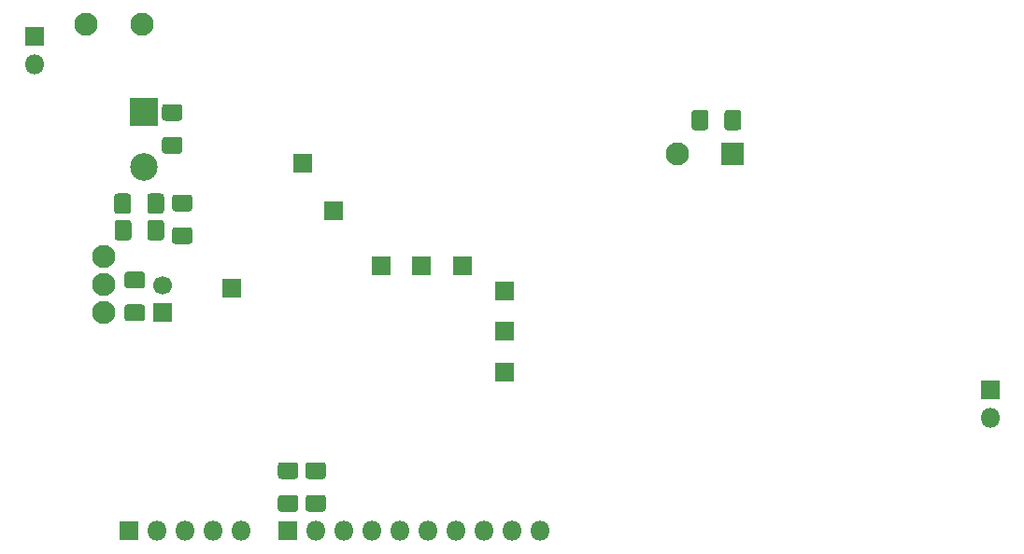
<source format=gbr>
%TF.GenerationSoftware,KiCad,Pcbnew,(5.1.6)-1*%
%TF.CreationDate,2020-05-30T13:08:14+03:00*%
%TF.ProjectId,stm32f334_1S_charger,73746d33-3266-4333-9334-5f31535f6368,rev?*%
%TF.SameCoordinates,Original*%
%TF.FileFunction,Soldermask,Bot*%
%TF.FilePolarity,Negative*%
%FSLAX46Y46*%
G04 Gerber Fmt 4.6, Leading zero omitted, Abs format (unit mm)*
G04 Created by KiCad (PCBNEW (5.1.6)-1) date 2020-05-30 13:08:14*
%MOMM*%
%LPD*%
G01*
G04 APERTURE LIST*
%ADD10R,1.700000X1.700000*%
%ADD11C,1.700000*%
%ADD12R,2.500000X2.500000*%
%ADD13C,2.500000*%
%ADD14R,2.100000X2.100000*%
%ADD15C,2.100000*%
%ADD16R,1.800000X1.800000*%
%ADD17O,1.800000X1.800000*%
G04 APERTURE END LIST*
%TO.C,C1*%
G36*
G01*
X23042544Y-37862500D02*
X24357456Y-37862500D01*
G75*
G02*
X24625000Y-38130044I0J-267544D01*
G01*
X24625000Y-39119956D01*
G75*
G02*
X24357456Y-39387500I-267544J0D01*
G01*
X23042544Y-39387500D01*
G75*
G02*
X22775000Y-39119956I0J267544D01*
G01*
X22775000Y-38130044D01*
G75*
G02*
X23042544Y-37862500I267544J0D01*
G01*
G37*
G36*
G01*
X23042544Y-40837500D02*
X24357456Y-40837500D01*
G75*
G02*
X24625000Y-41105044I0J-267544D01*
G01*
X24625000Y-42094956D01*
G75*
G02*
X24357456Y-42362500I-267544J0D01*
G01*
X23042544Y-42362500D01*
G75*
G02*
X22775000Y-42094956I0J267544D01*
G01*
X22775000Y-41105044D01*
G75*
G02*
X23042544Y-40837500I267544J0D01*
G01*
G37*
%TD*%
D10*
%TO.C,C3*%
X26200000Y-41600000D03*
D11*
X26200000Y-39100000D03*
%TD*%
D12*
%TO.C,C4*%
X24500000Y-23400000D03*
D13*
X24500000Y-28400000D03*
%TD*%
%TO.C,C5*%
G36*
G01*
X27757456Y-27150000D02*
X26442544Y-27150000D01*
G75*
G02*
X26175000Y-26882456I0J267544D01*
G01*
X26175000Y-25892544D01*
G75*
G02*
X26442544Y-25625000I267544J0D01*
G01*
X27757456Y-25625000D01*
G75*
G02*
X28025000Y-25892544I0J-267544D01*
G01*
X28025000Y-26882456D01*
G75*
G02*
X27757456Y-27150000I-267544J0D01*
G01*
G37*
G36*
G01*
X27757456Y-24175000D02*
X26442544Y-24175000D01*
G75*
G02*
X26175000Y-23907456I0J267544D01*
G01*
X26175000Y-22917544D01*
G75*
G02*
X26442544Y-22650000I267544J0D01*
G01*
X27757456Y-22650000D01*
G75*
G02*
X28025000Y-22917544I0J-267544D01*
G01*
X28025000Y-23907456D01*
G75*
G02*
X27757456Y-24175000I-267544J0D01*
G01*
G37*
%TD*%
D14*
%TO.C,C16*%
X77900000Y-27200000D03*
D15*
X72900000Y-27200000D03*
%TD*%
%TO.C,C17*%
G36*
G01*
X78662500Y-23442544D02*
X78662500Y-24757456D01*
G75*
G02*
X78394956Y-25025000I-267544J0D01*
G01*
X77405044Y-25025000D01*
G75*
G02*
X77137500Y-24757456I0J267544D01*
G01*
X77137500Y-23442544D01*
G75*
G02*
X77405044Y-23175000I267544J0D01*
G01*
X78394956Y-23175000D01*
G75*
G02*
X78662500Y-23442544I0J-267544D01*
G01*
G37*
G36*
G01*
X75687500Y-23442544D02*
X75687500Y-24757456D01*
G75*
G02*
X75419956Y-25025000I-267544J0D01*
G01*
X74430044Y-25025000D01*
G75*
G02*
X74162500Y-24757456I0J267544D01*
G01*
X74162500Y-23442544D01*
G75*
G02*
X74430044Y-23175000I267544J0D01*
G01*
X75419956Y-23175000D01*
G75*
G02*
X75687500Y-23442544I0J-267544D01*
G01*
G37*
%TD*%
%TO.C,F1*%
X24340000Y-15400000D03*
X19260000Y-15400000D03*
%TD*%
D16*
%TO.C,J2*%
X23140000Y-61400000D03*
D17*
X25680000Y-61400000D03*
X28220000Y-61400000D03*
X30760000Y-61400000D03*
X33300000Y-61400000D03*
%TD*%
D16*
%TO.C,J3*%
X37600000Y-61400000D03*
D17*
X40140000Y-61400000D03*
X42680000Y-61400000D03*
X45220000Y-61400000D03*
X47760000Y-61400000D03*
X50300000Y-61400000D03*
X52840000Y-61400000D03*
X55380000Y-61400000D03*
X57920000Y-61400000D03*
X60460000Y-61400000D03*
%TD*%
%TO.C,R3*%
G36*
G01*
X24837500Y-34757456D02*
X24837500Y-33442544D01*
G75*
G02*
X25105044Y-33175000I267544J0D01*
G01*
X26094956Y-33175000D01*
G75*
G02*
X26362500Y-33442544I0J-267544D01*
G01*
X26362500Y-34757456D01*
G75*
G02*
X26094956Y-35025000I-267544J0D01*
G01*
X25105044Y-35025000D01*
G75*
G02*
X24837500Y-34757456I0J267544D01*
G01*
G37*
G36*
G01*
X21862500Y-34757456D02*
X21862500Y-33442544D01*
G75*
G02*
X22130044Y-33175000I267544J0D01*
G01*
X23119956Y-33175000D01*
G75*
G02*
X23387500Y-33442544I0J-267544D01*
G01*
X23387500Y-34757456D01*
G75*
G02*
X23119956Y-35025000I-267544J0D01*
G01*
X22130044Y-35025000D01*
G75*
G02*
X21862500Y-34757456I0J267544D01*
G01*
G37*
%TD*%
%TO.C,R4*%
G36*
G01*
X28657456Y-35362500D02*
X27342544Y-35362500D01*
G75*
G02*
X27075000Y-35094956I0J267544D01*
G01*
X27075000Y-34105044D01*
G75*
G02*
X27342544Y-33837500I267544J0D01*
G01*
X28657456Y-33837500D01*
G75*
G02*
X28925000Y-34105044I0J-267544D01*
G01*
X28925000Y-35094956D01*
G75*
G02*
X28657456Y-35362500I-267544J0D01*
G01*
G37*
G36*
G01*
X28657456Y-32387500D02*
X27342544Y-32387500D01*
G75*
G02*
X27075000Y-32119956I0J267544D01*
G01*
X27075000Y-31130044D01*
G75*
G02*
X27342544Y-30862500I267544J0D01*
G01*
X28657456Y-30862500D01*
G75*
G02*
X28925000Y-31130044I0J-267544D01*
G01*
X28925000Y-32119956D01*
G75*
G02*
X28657456Y-32387500I-267544J0D01*
G01*
G37*
%TD*%
%TO.C,R5*%
G36*
G01*
X23375000Y-31042544D02*
X23375000Y-32357456D01*
G75*
G02*
X23107456Y-32625000I-267544J0D01*
G01*
X22117544Y-32625000D01*
G75*
G02*
X21850000Y-32357456I0J267544D01*
G01*
X21850000Y-31042544D01*
G75*
G02*
X22117544Y-30775000I267544J0D01*
G01*
X23107456Y-30775000D01*
G75*
G02*
X23375000Y-31042544I0J-267544D01*
G01*
G37*
G36*
G01*
X26350000Y-31042544D02*
X26350000Y-32357456D01*
G75*
G02*
X26082456Y-32625000I-267544J0D01*
G01*
X25092544Y-32625000D01*
G75*
G02*
X24825000Y-32357456I0J267544D01*
G01*
X24825000Y-31042544D01*
G75*
G02*
X25092544Y-30775000I267544J0D01*
G01*
X26082456Y-30775000D01*
G75*
G02*
X26350000Y-31042544I0J-267544D01*
G01*
G37*
%TD*%
%TO.C,R6*%
G36*
G01*
X38257456Y-59662500D02*
X36942544Y-59662500D01*
G75*
G02*
X36675000Y-59394956I0J267544D01*
G01*
X36675000Y-58405044D01*
G75*
G02*
X36942544Y-58137500I267544J0D01*
G01*
X38257456Y-58137500D01*
G75*
G02*
X38525000Y-58405044I0J-267544D01*
G01*
X38525000Y-59394956D01*
G75*
G02*
X38257456Y-59662500I-267544J0D01*
G01*
G37*
G36*
G01*
X38257456Y-56687500D02*
X36942544Y-56687500D01*
G75*
G02*
X36675000Y-56419956I0J267544D01*
G01*
X36675000Y-55430044D01*
G75*
G02*
X36942544Y-55162500I267544J0D01*
G01*
X38257456Y-55162500D01*
G75*
G02*
X38525000Y-55430044I0J-267544D01*
G01*
X38525000Y-56419956D01*
G75*
G02*
X38257456Y-56687500I-267544J0D01*
G01*
G37*
%TD*%
%TO.C,R7*%
G36*
G01*
X40757456Y-56687500D02*
X39442544Y-56687500D01*
G75*
G02*
X39175000Y-56419956I0J267544D01*
G01*
X39175000Y-55430044D01*
G75*
G02*
X39442544Y-55162500I267544J0D01*
G01*
X40757456Y-55162500D01*
G75*
G02*
X41025000Y-55430044I0J-267544D01*
G01*
X41025000Y-56419956D01*
G75*
G02*
X40757456Y-56687500I-267544J0D01*
G01*
G37*
G36*
G01*
X40757456Y-59662500D02*
X39442544Y-59662500D01*
G75*
G02*
X39175000Y-59394956I0J267544D01*
G01*
X39175000Y-58405044D01*
G75*
G02*
X39442544Y-58137500I267544J0D01*
G01*
X40757456Y-58137500D01*
G75*
G02*
X41025000Y-58405044I0J-267544D01*
G01*
X41025000Y-59394956D01*
G75*
G02*
X40757456Y-59662500I-267544J0D01*
G01*
G37*
%TD*%
D15*
%TO.C,U1*%
X20900000Y-41600000D03*
X20900000Y-39060000D03*
X20900000Y-36520000D03*
%TD*%
D16*
%TO.C,J1*%
X14600000Y-16500000D03*
D17*
X14600000Y-19040000D03*
%TD*%
D16*
%TO.C,J5*%
X57200000Y-47000000D03*
%TD*%
%TO.C,J6*%
X57200000Y-43300000D03*
%TD*%
%TO.C,J7*%
X57200000Y-39600000D03*
%TD*%
%TO.C,J8*%
X53400000Y-37300000D03*
%TD*%
%TO.C,J9*%
X49700000Y-37300000D03*
%TD*%
%TO.C,J10*%
X46000000Y-37300000D03*
%TD*%
%TO.C,J11*%
X32500000Y-39400000D03*
%TD*%
D17*
%TO.C,J14*%
X101200000Y-51140000D03*
D16*
X101200000Y-48600000D03*
%TD*%
%TO.C,J12*%
X41700000Y-32300000D03*
%TD*%
%TO.C,J13*%
X38900000Y-28000000D03*
%TD*%
M02*

</source>
